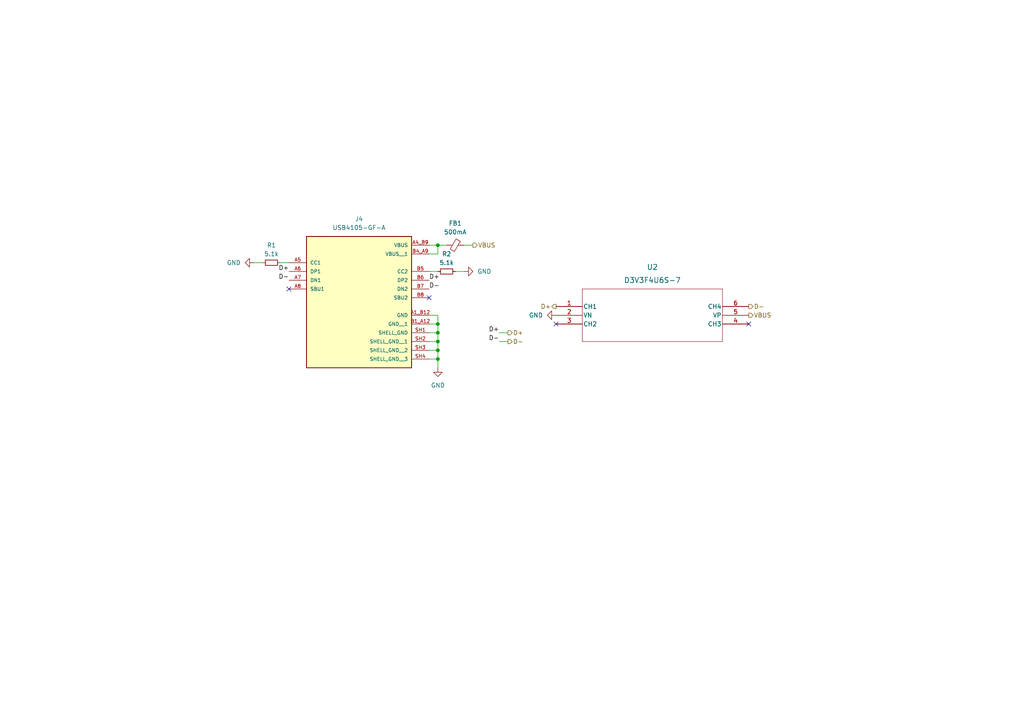
<source format=kicad_sch>
(kicad_sch (version 20230121) (generator eeschema)
  (paper "A4")
  (lib_symbols
    (symbol "Device:FerriteBead_Small" (pin_numbers hide) (pin_names (offset 0))
      (property "Reference" "FB" (at 1.905 1.27 0))
      (property "Value" "FerriteBead_Small" (at 1.905 -1.27 0))
      (symbol "FerriteBead_Small_0_1"
        (polyline (pts (xy 0 -1.27) (xy 0 -0.7874)))
        (polyline (pts (xy 0 0.889) (xy 0 1.2954)))
        (polyline (pts (xy -1.8288 0.2794) (xy -1.1176 1.4986) (xy 1.8288 -0.2032) (xy 1.1176 -1.4224) (xy -1.8288 0.2794)))
      )
      (symbol "FerriteBead_Small_1_1"
        (pin passive line (at 0 2.54 270) (length 1.27) (name "~") (number "1"))
        (pin passive line (at 0 -2.54 90) (length 1.27) (name "~") (number "2"))
      )
    )
    (symbol "Device:R_Small" (pin_numbers hide) (pin_names (offset 0.254) hide)
      (property "Reference" "R" (at 0.762 0.508 0))
      (property "Value" "R_Small" (at 0.762 -1.016 0))
      (symbol "R_Small_0_1"
        (rectangle (start -0.762 1.778) (end 0.762 -1.778) (stroke (width 0.2032)))
      )
      (symbol "R_Small_1_1"
        (pin passive line (at 0 2.54 270) (length 0.762) (name "~") (number "1"))
        (pin passive line (at 0 -2.54 90) (length 0.762) (name "~") (number "2"))
      )
    )
    (symbol "TVS:D3V3F4U6S-7" (pin_names (offset 0.254))
      (property "Reference" "U" (at 27.94 10.16 0))
      (property "Value" "D3V3F4U6S-7" (at 27.94 7.62 0))
      (symbol "D3V3F4U6S-7_0_1"
        (polyline (pts (xy 7.62 -10.16) (xy 48.26 -10.16)) (stroke (width 0.127)))
        (polyline (pts (xy 7.62 5.08) (xy 7.62 -10.16)) (stroke (width 0.127)))
        (polyline (pts (xy 48.26 -10.16) (xy 48.26 5.08)) (stroke (width 0.127)))
        (polyline (pts (xy 48.26 5.08) (xy 7.62 5.08)) (stroke (width 0.127)))
        (pin unspecified line (at 0 0 0) (length 7.62) (name "CH1") (number "1"))
        (pin power_in line (at 0 -2.54 0) (length 7.62) (name "VN") (number "2"))
        (pin unspecified line (at 0 -5.08 0) (length 7.62) (name "CH2") (number "3"))
        (pin unspecified line (at 55.88 -5.08 180) (length 7.62) (name "CH3") (number "4"))
        (pin power_in line (at 55.88 -2.54 180) (length 7.62) (name "VP") (number "5"))
        (pin unspecified line (at 55.88 0 180) (length 7.62) (name "CH4") (number "6"))
      )
    )
    (symbol "USBC:USB4105-GF-A" (pin_names (offset 1.016))
      (property "Reference" "J" (at -15.24 13.97 0))
      (property "Value" "USB4105-GF-A" (at -15.24 -27.94 0))
      (symbol "USB4105-GF-A_0_0"
        (rectangle (start -15.24 -25.4) (end 15.24 12.7) (stroke (width 0.254)) (fill (type background)))
        (pin bidirectional line (at -20.32 5.08 0) (length 5.08) (name "CC1") (number "A5"))
        (pin bidirectional line (at -20.32 2.54 0) (length 5.08) (name "DP1") (number "A6"))
        (pin bidirectional line (at -20.32 0 0) (length 5.08) (name "DN1") (number "A7"))
        (pin bidirectional line (at -20.32 -2.54 0) (length 5.08) (name "SBU1") (number "A8"))
        (pin bidirectional line (at 20.32 2.54 180) (length 5.08) (name "CC2") (number "B5"))
        (pin bidirectional line (at 20.32 0 180) (length 5.08) (name "DP2") (number "B6"))
        (pin bidirectional line (at 20.32 -2.54 180) (length 5.08) (name "DN2") (number "B7"))
        (pin bidirectional line (at 20.32 -5.08 180) (length 5.08) (name "SBU2") (number "B8"))
      )
      (symbol "USB4105-GF-A_1_0"
        (pin power_out line (at 20.32 -10.16 180) (length 5.08) (name "GND") (number "A1_B12"))
        (pin power_out line (at 20.32 10.16 180) (length 5.08) (name "VBUS") (number "A4_B9"))
        (pin power_out line (at 20.32 -12.7 180) (length 5.08) (name "GND__1") (number "B1_A12"))
        (pin power_out line (at 20.32 7.62 180) (length 5.08) (name "VBUS__1") (number "B4_A9"))
        (pin power_out line (at 20.32 -15.24 180) (length 5.08) (name "SHELL_GND") (number "SH1"))
        (pin power_out line (at 20.32 -17.78 180) (length 5.08) (name "SHELL_GND__1") (number "SH2"))
        (pin power_out line (at 20.32 -20.32 180) (length 5.08) (name "SHELL_GND__2") (number "SH3"))
        (pin power_out line (at 20.32 -22.86 180) (length 5.08) (name "SHELL_GND__3") (number "SH4"))
      )
    )
    (symbol "power:GND" (power) (pin_names (offset 0))
      (property "Value" "GND" (at 0 -3.81 0))
      (symbol "GND_0_1"
        (polyline (pts (xy 0 0) (xy 0 -1.27) (xy 1.27 -1.27) (xy 0 -2.54) (xy -1.27 -1.27) (xy 0 -1.27)))
      )
      (symbol "GND_1_1"
        (pin power_in line (at 0 0 270) (length 0) hide (name "GND") (number "1"))
      )
    )
  )
  (junction (at 127 71.12))
  (junction (at 127 93.98))
  (junction (at 127 101.6))
  (junction (at 127 99.06))
  (junction (at 127 104.14))
  (junction (at 127 96.52))
  (no_connect (at 83.82 83.82))
  (no_connect (at 124.46 86.36))
  (no_connect (at 217.17 93.98))
  (no_connect (at 161.29 93.98))
  (wire (pts (xy 124.46 73.66) (xy 127 73.66)))
  (wire (pts (xy 127 71.12) (xy 129.54 71.12)))
  (wire (pts (xy 144.78 96.52) (xy 147.32 96.52)))
  (wire (pts (xy 127 71.12) (xy 127 73.66)))
  (wire (pts (xy 127 96.52) (xy 127 93.98)))
  (wire (pts (xy 134.62 71.12) (xy 137.16 71.12)))
  (wire (pts (xy 124.46 78.74) (xy 127 78.74)))
  (wire (pts (xy 127 99.06) (xy 127 96.52)))
  (wire (pts (xy 124.46 99.06) (xy 127 99.06)))
  (wire (pts (xy 124.46 101.6) (xy 127 101.6)))
  (wire (pts (xy 81.28 76.2) (xy 83.82 76.2)))
  (wire (pts (xy 127 91.44) (xy 127 93.98)))
  (wire (pts (xy 124.46 71.12) (xy 127 71.12)))
  (wire (pts (xy 127 93.98) (xy 124.46 93.98)))
  (wire (pts (xy 127 101.6) (xy 127 99.06)))
  (wire (pts (xy 127 104.14) (xy 127 106.68)))
  (wire (pts (xy 132.08 78.74) (xy 134.62 78.74)))
  (wire (pts (xy 124.46 91.44) (xy 127 91.44)))
  (wire (pts (xy 127 104.14) (xy 127 101.6)))
  (wire (pts (xy 124.46 96.52) (xy 127 96.52)))
  (wire (pts (xy 144.78 99.06) (xy 147.32 99.06)))
  (wire (pts (xy 124.46 104.14) (xy 127 104.14)))
  (wire (pts (xy 76.2 76.2) (xy 73.66 76.2)))
  (label "D-" (at 144.78 99.06 180))
  (label "D-" (at 124.46 83.82 0))
  (label "D+" (at 124.46 81.28 0))
  (label "D+" (at 144.78 96.52 180))
  (label "D+" (at 83.82 78.74 180))
  (label "D-" (at 83.82 81.28 180))
  (hierarchical_label "D-" (shape output) (at 217.17 88.9 0))
  (hierarchical_label "VBUS" (shape output) (at 217.17 91.44 0))
  (hierarchical_label "D-" (shape output) (at 147.32 99.06 0))
  (hierarchical_label "D+" (shape output) (at 147.32 96.52 0))
  (hierarchical_label "VBUS" (shape output) (at 137.16 71.12 0))
  (hierarchical_label "D+" (shape output) (at 161.29 88.9 180))
  (symbol (lib_id "TVS:D3V3F4U6S-7") (at 161.29 88.9 0) (unit 1)
    (property "Reference" "U2" (at 189.23 77.47 0) (effects (font (size 1.524 1.524))))
    (property "Value" "D3V3F4U6S-7" (at 189.23 81.28 0) (effects (font (size 1.524 1.524))))
    (property "Footprint" "TVS Diode:SOT-363_DIO" (effects hide))
    (property "Datasheet" "D3V3F4U6S-7" (effects hide))
  )
  (symbol (lib_id "USBC:USB4105-GF-A") (at 104.14 81.28 0) (unit 1)
    (property "Reference" "J4" (at 104.14 63.5 0))
    (property "Value" "USB4105-GF-A" (at 104.14 66.04 0))
    (property "Footprint" "USBC:GCT_USB4105-GF-A" (effects hide))
    (property "PARTREV" "B3" (effects hide))
    (property "MANUFACTURER" "Global Connector Technology" (effects hide))
    (property "MAXIMUM_PACKAGE_HEIGHT" "3.31mm" (effects hide))
    (property "STANDARD" "Manufacturer Recommendations" (effects hide))
  )
  (symbol (lib_id "power:GND") (at 134.62 78.74 90) (unit 1)
    (property "Reference" "#PWR010" (effects hide))
    (property "Value" "GND" (at 138.43 78.7399 90) (effects (justify right)))
  )
  (symbol (lib_id "Device:R_Small") (at 78.74 76.2 90) (unit 1)
    (property "Reference" "R1" (at 78.74 71.12 90))
    (property "Value" "5.1k" (at 78.74 73.66 90))
    (property "Footprint" "Resistor_SMD:R_0603_1608Metric" (effects hide))
  )
  (symbol (lib_id "Device:R_Small") (at 129.54 78.74 90) (unit 1)
    (property "Reference" "R2" (at 129.54 73.66 90))
    (property "Value" "5.1k" (at 129.54 76.2 90))
    (property "Footprint" "Resistor_SMD:R_0603_1608Metric" (effects hide))
  )
  (symbol (lib_id "power:GND") (at 73.66 76.2 270) (unit 1)
    (property "Reference" "#PWR08" (effects hide))
    (property "Value" "GND" (at 69.85 76.2001 90) (effects (justify right)))
  )
  (symbol (lib_id "power:GND") (at 127 106.68 0) (unit 1)
    (property "Reference" "#PWR09" (effects hide))
    (property "Value" "GND" (at 127 111.76 0))
  )
  (symbol (lib_id "Device:FerriteBead_Small") (at 132.08 71.12 90) (unit 1)
    (property "Reference" "FB1" (at 132.0419 64.77 90))
    (property "Value" "500mA" (at 132.0419 67.31 90))
    (property "Footprint" "Inductor_SMD:L_0805_2012Metric" (effects hide))
  )
  (symbol (lib_id "power:GND") (at 161.29 91.44 270) (unit 1)
    (property "Reference" "#PWR011" (effects hide))
    (property "Value" "GND" (at 157.48 91.4399 90) (effects (justify right)))
  )
)
</source>
